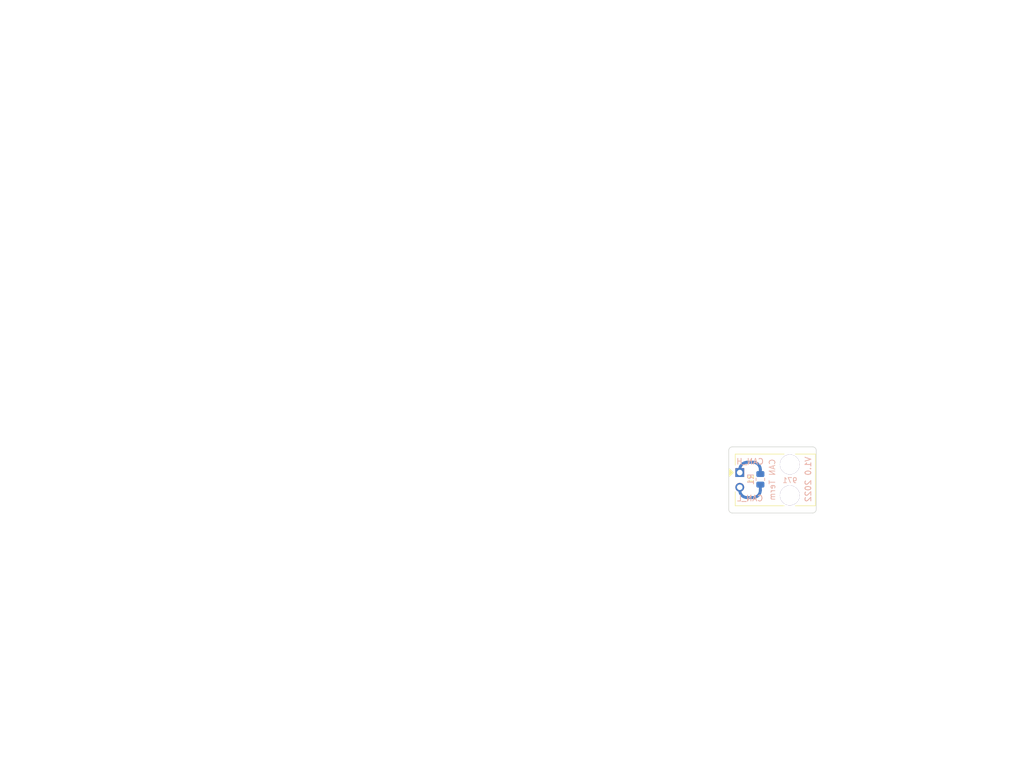
<source format=kicad_pcb>
(kicad_pcb (version 20221018) (generator pcbnew)
  (title_block (title "CAN Terminator") (date "2024-01-28") (rev "V1") (company "971 Spartan Robotics"))
  (layers (0 "F.Cu" signal) (31 "B.Cu" signal) (34 "B.Paste" user) (35 "F.Paste" user) (36 "B.SilkS" user "B.Silkscreen") (37 "F.SilkS" user "F.Silkscreen") (38 "B.Mask" user) (39 "F.Mask" user) (44 "Edge.Cuts" user))
  (net 0 "")
  (net 1 "/CAN_H")
  (net 2 "/CAN_L")
  (footprint "CAN_terminator:70555-0036" (layer "F.Cu") (at 147.32 116.84 90)
    (fp_text reference "J1" (at -1.143 1.905 90) (layer "F.SilkS"))
    (fp_text value "2 pin molex sl right angle" hide)
    (fp_line (start -5.7277 -0.777) (end -5.7277 7.668671) (stroke (width 0.12)) (layer "F.SilkS"))
    (fp_line (start -5.7277 9.61133) (end -5.7277 13.066001) (stroke (width 0.12)) (layer "F.SilkS"))
    (fp_line (start -5.7277 13.066001) (end 3.1877 13.066001) (stroke (width 0.12)) (layer "F.SilkS"))
    (fp_line (start -3.311185 -0.777) (end -5.7277 -0.777) (stroke (width 0.12)) (layer "F.SilkS"))
    (fp_line (start 3.1877 -0.777) (end 1.27 -0.777) (stroke (width 0.12)) (layer "F.SilkS"))
    (fp_line (start 3.1877 7.668671) (end 3.1877 -0.777) (stroke (width 0.12)) (layer "F.SilkS"))
    (fp_line (start 3.1877 13.066001) (end 3.1877 9.61133) (stroke (width 0.12)) (layer "F.SilkS"))
    (pad "1" thru_hole rect (at 0 0 90) (size 1.524 1.524) (drill 0.9652) (layers "*.Cu" "*.Mask") (net 1 "/CAN_H"))
    (pad "2" thru_hole circle (at -2.54 0 90) (size 1.524 1.524) (drill 0.9652) (layers "*.Cu" "*.Mask") (net 2 "/CAN_L"))
    (pad "3" thru_hole circle (at -3.94 8.640001 90) (size 3.4036 3.4036) (drill 3.4036) (layers "*.Cu" "*.Mask"))
    (pad "4" thru_hole circle (at 1.4 8.640001 90) (size 3.4036 3.4036) (drill 3.4036) (layers "*.Cu" "*.Mask"))
  )
  (footprint "Resistor_SMD:R_0805_2012Metric" (layer "B.Cu") (at 150.876 118.0065 -90)
    (fp_text reference "R1" (at 0 1.65 90) (layer "B.SilkS") (effects (justify mirror)))
    (fp_text value "120 ohm")
    (fp_line (start -0.227064 -0.735) (end 0.227064 -0.735) (stroke (width 0.12)) (layer "B.SilkS"))
    (fp_line (start -0.227064 0.735) (end 0.227064 0.735) (stroke (width 0.12)) (layer "B.SilkS"))
    (pad "1" smd roundrect (at -0.9125 0 270) (size 1.025 1.4) (layers "B.Cu" "B.Paste" "B.Mask") (roundrect_rratio 0.243902439) (net 1 "/CAN_H"))
    (pad "2" smd roundrect (at 0.9125 0 270) (size 1.025 1.4) (layers "B.Cu" "B.Paste" "B.Mask") (roundrect_rratio 0.243902439) (net 2 "/CAN_L"))
  )
  (gr_poly (pts (xy 146.177 116.84) (xy 145.542 116.205) (xy 145.542 117.475)) (stroke (width 0.15)) (fill solid) (layer "F.SilkS"))
  (gr_arc (start 160.528 123.19) (mid 160.342013 123.639013) (end 159.893 123.825) (stroke (width 0.1)) (layer "Edge.Cuts"))
  (gr_arc (start 145.415 113.03) (mid 145.600987 112.580987) (end 146.05 112.395) (stroke (width 0.1)) (layer "Edge.Cuts"))
  (gr_line (start 145.415 113.03) (end 145.415 123.19) (stroke (width 0.1)) (layer "Edge.Cuts"))
  (gr_line (start 160.528 113.03) (end 160.528 123.19) (stroke (width 0.1)) (layer "Edge.Cuts"))
  (gr_line (start 146.05 123.825) (end 159.893 123.825) (stroke (width 0.1)) (layer "Edge.Cuts"))
  (gr_arc (start 146.05 123.825) (mid 145.600987 123.639013) (end 145.415 123.19) (stroke (width 0.1)) (layer "Edge.Cuts"))
  (gr_line (start 146.05 112.395) (end 159.893 112.395) (stroke (width 0.1)) (layer "Edge.Cuts"))
  (gr_arc (start 159.893 112.395) (mid 160.342013 112.580987) (end 160.528 113.03) (stroke (width 0.1)) (layer "Edge.Cuts"))
  (gr_text "CAN Term" (at 152.9334 118.0846 90) (layer "B.SilkS") (effects (font (size 0.9906 0.9906) (thickness 0.127)) (justify mirror)))
  (gr_text "971" (at 155.9814 118.1862) (layer "B.SilkS") (effects (font (size 0.889 0.889) (thickness 0.127)) (justify mirror)))
  (gr_text "V1.0 2022" (at 159.131 118.0084 90) (layer "B.SilkS") (effects (font (size 1 1)) (justify mirror)))
  (gr_text "CAN_H" (at 149.098 114.935) (layer "B.SilkS") (effects (font (size 1 1)) (justify mirror)))
  (gr_text "CAN_L" (at 149.098 121.285) (layer "B.SilkS") (effects (font (size 1 1)) (justify mirror)))
  (segment (start 147.32 116.332) (end 147.32 116.84) (width 0.508) (layer "B.Cu") (net 1))
  (segment (start 149.606 115.062) (end 148.59 115.062) (width 0.508) (layer "B.Cu") (net 1))
  (segment (start 150.876 116.332) (end 150.876 117.094) (width 0.508) (layer "B.Cu") (net 1))
  (arc (start 149.606 115.062) (mid 150.504026 115.433974) (end 150.876 116.332) (width 0.508) (layer "B.Cu") (net 1))
  (arc (start 148.59 115.062) (mid 147.691974 115.433974) (end 147.32 116.332) (width 0.508) (layer "B.Cu") (net 1))
  (segment (start 148.59 121.158) (end 149.606 121.158) (width 0.508) (layer "B.Cu") (net 2))
  (segment (start 147.32 119.38) (end 147.32 119.888) (width 0.508) (layer "B.Cu") (net 2))
  (segment (start 150.876 119.888) (end 150.876 118.919) (width 0.508) (layer "B.Cu") (net 2))
  (arc (start 147.32 119.888) (mid 147.691974 120.786026) (end 148.59 121.158) (width 0.508) (layer "B.Cu") (net 2))
  (arc (start 149.606 121.158) (mid 150.504026 120.786026) (end 150.876 119.888) (width 0.508) (layer "B.Cu") (net 2))
)
</source>
